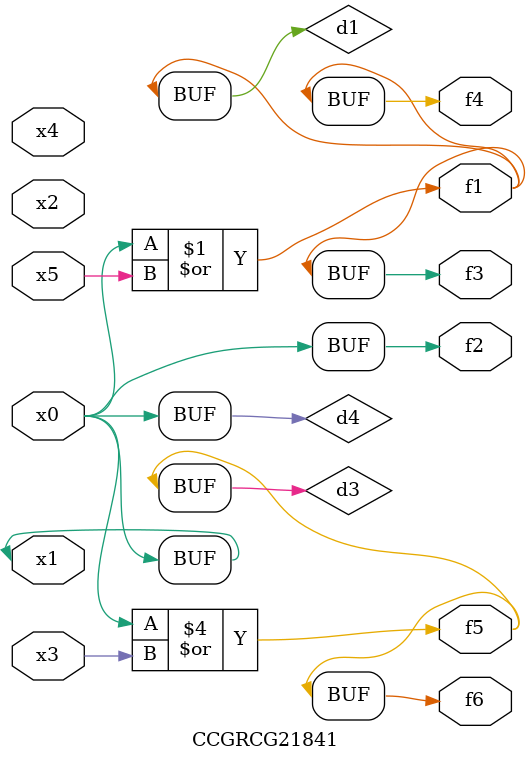
<source format=v>
module CCGRCG21841(
	input x0, x1, x2, x3, x4, x5,
	output f1, f2, f3, f4, f5, f6
);

	wire d1, d2, d3, d4;

	or (d1, x0, x5);
	xnor (d2, x1, x4);
	or (d3, x0, x3);
	buf (d4, x0, x1);
	assign f1 = d1;
	assign f2 = d4;
	assign f3 = d1;
	assign f4 = d1;
	assign f5 = d3;
	assign f6 = d3;
endmodule

</source>
